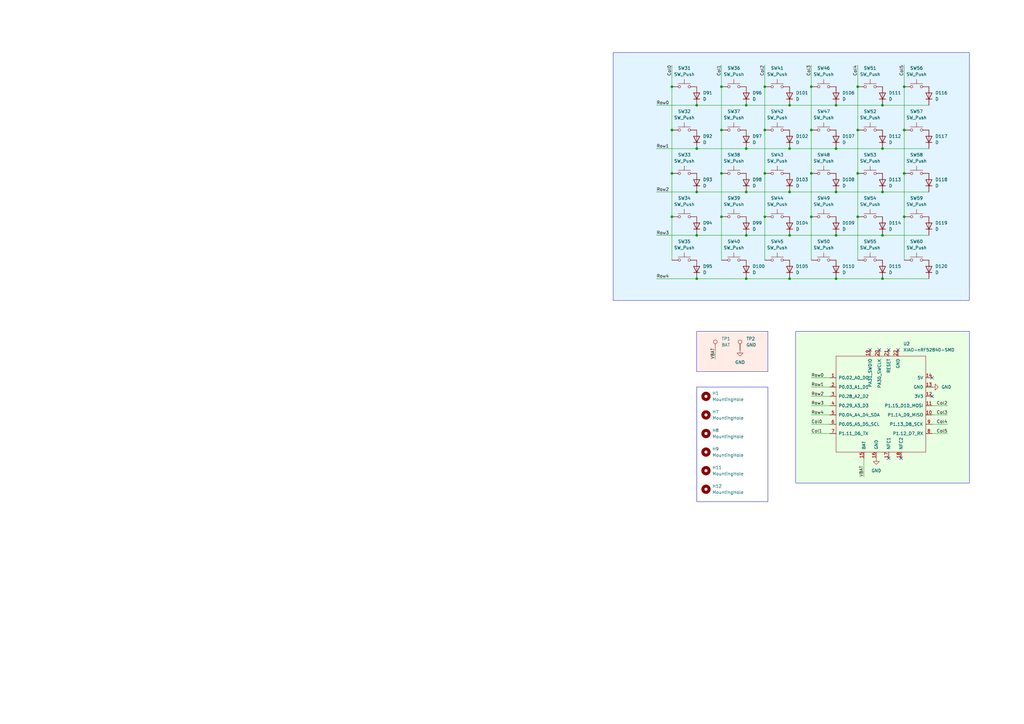
<source format=kicad_sch>
(kicad_sch (version 20250114) (generator "eeschema") (generator_version "9.0")
  (paper "A3")
  (lib_symbols
    (symbol "Connector:TestPoint" (pin_numbers (hide yes)) (pin_names (offset 0.762) (hide yes))
      (property "Reference" "TP" (at 0 6.858 0))
      (property "Value" "TestPoint" (at 0 5.08 0))
      (symbol "TestPoint_0_1"
        (circle (center 0 3.302) (radius 0.762))
      )
      (symbol "TestPoint_1_1"
        (pin passive line (at 0 0 90) (length 2.54) (name "1") (number "1"))
      )
    )
    (symbol "Device:D" (pin_numbers (hide yes)) (pin_names (offset 1.016) (hide yes))
      (property "Reference" "D" (at 0 2.54 0))
      (property "Value" "D" (at 0 -2.54 0))
      (symbol "D_0_1"
        (polyline (pts (xy -1.27 1.27) (xy -1.27 -1.27)) (stroke (width 0.254)))
        (polyline (pts (xy 1.27 1.27) (xy 1.27 -1.27) (xy -1.27 0) (xy 1.27 1.27)) (stroke (width 0.254)))
        (polyline (pts (xy 1.27 0) (xy -1.27 0)))
      )
      (symbol "D_1_1"
        (pin passive line (at -3.81 0 0) (length 2.54) (name "K") (number "1"))
        (pin passive line (at 3.81 0 180) (length 2.54) (name "A") (number "2"))
      )
    )
    (symbol "Mechanical:MountingHole" (pin_names (offset 1.016)) (in_bom no)
      (property "Reference" "H" (at 0 5.08 0))
      (property "Value" "MountingHole" (at 0 3.175 0))
      (symbol "MountingHole_0_1"
        (circle (center 0 0) (radius 1.27) (stroke (width 1.27)))
      )
    )
    (symbol "OPL:XIAO-nRF52840-SMD" (pin_names (offset 1.016))
      (property "Reference" "U" (at -18.542 23.114 0))
      (property "Value" "XIAO-nRF52840-SMD" (at -8.636 21.336 0))
      (symbol "XIAO-nRF52840-SMD_0_1"
        (rectangle (start -19.05 20.32) (end 17.78 -19.05))
      )
      (symbol "XIAO-nRF52840-SMD_1_1"
        (pin passive line (at -21.59 11.43 0) (length 2.54) (name "P0.02_A0_D0") (number "1"))
        (pin passive line (at -21.59 7.62 0) (length 2.54) (name "P0.03_A1_D1") (number "2"))
        (pin passive line (at -21.59 3.81 0) (length 2.54) (name "P0.28_A2_D2") (number "3"))
        (pin passive line (at -21.59 0 0) (length 2.54) (name "P0.29_A3_D3") (number "4"))
        (pin passive line (at -21.59 -3.81 0) (length 2.54) (name "P0.04_A4_D4_SDA") (number "5"))
        (pin passive line (at -21.59 -7.62 0) (length 2.54) (name "P0.05_A5_D5_SCL") (number "6"))
        (pin passive line (at -21.59 -11.43 0) (length 2.54) (name "P1.11_D6_TX") (number "7"))
        (pin passive line (at -7.62 -21.59 90) (length 2.54) (name "BAT") (number "15"))
        (pin passive line (at -5.08 22.86 270) (length 2.54) (name "PA31_SWDIO") (number "19"))
        (pin passive line (at -2.54 -21.59 90) (length 2.54) (name "GND") (number "16"))
        (pin passive line (at -1.27 22.86 270) (length 2.54) (name "PA30_SWCLK") (number "20"))
        (pin passive line (at 2.54 22.86 270) (length 2.54) (name "RESET") (number "21"))
        (pin passive line (at 2.54 -21.59 90) (length 2.54) (name "NFC1") (number "17"))
        (pin passive line (at 6.35 22.86 270) (length 2.54) (name "GND") (number "22"))
        (pin passive line (at 7.62 -21.59 90) (length 2.54) (name "NFC2") (number "18"))
        (pin passive line (at 20.32 11.43 180) (length 2.54) (name "5V") (number "14"))
        (pin passive line (at 20.32 7.62 180) (length 2.54) (name "GND") (number "13"))
        (pin passive line (at 20.32 3.81 180) (length 2.54) (name "3V3") (number "12"))
        (pin passive line (at 20.32 0 180) (length 2.54) (name "P1.15_D10_MOSI") (number "11"))
        (pin passive line (at 20.32 -3.81 180) (length 2.54) (name "P1.14_D9_MISO") (number "10"))
        (pin passive line (at 20.32 -7.62 180) (length 2.54) (name "P1.13_D8_SCK") (number "9"))
        (pin passive line (at 20.32 -11.43 180) (length 2.54) (name "P1.12_D7_RX") (number "8"))
      )
    )
    (symbol "Switch:SW_Push" (pin_numbers (hide yes)) (pin_names (offset 1.016) (hide yes))
      (property "Reference" "SW" (at 1.27 2.54 0))
      (property "Value" "SW_Push" (at 0 -1.524 0))
      (symbol "SW_Push_0_1"
        (circle (center -2.032 0) (radius 0.508))
        (polyline (pts (xy 0 1.27) (xy 0 3.048)))
        (circle (center 2.032 0) (radius 0.508))
        (polyline (pts (xy 2.54 1.27) (xy -2.54 1.27)))
        (pin passive line (at -5.08 0 0) (length 2.54) (name "1") (number "1"))
        (pin passive line (at 5.08 0 180) (length 2.54) (name "2") (number "2"))
      )
    )
    (symbol "power:GND" (power) (pin_numbers (hide yes)) (pin_names (offset 0) (hide yes))
      (property "Value" "GND" (at 0 -3.81 0))
      (symbol "GND_0_1"
        (polyline (pts (xy 0 0) (xy 0 -1.27) (xy 1.27 -1.27) (xy 0 -2.54) (xy -1.27 -1.27) (xy 0 -1.27)))
      )
      (symbol "GND_1_1"
        (pin power_in line (at 0 0 270) (length 0) (name "~") (number "1"))
      )
    )
  )
  (rectangle (start 285.75 158.75) (end 314.96 205.74))
  (rectangle (start 326.39 135.89) (end 397.51 198.12) (fill (type color) (color 232 255 226 1)))
  (rectangle (start 251.46 21.59) (end 397.51 123.19) (fill (type color) (color 226 244 255 1)))
  (rectangle (start 285.75 135.89) (end 314.96 152.4) (fill (type color) (color 255 236 230 1)))
  (junction (at 361.95 78.74))
  (junction (at 323.85 43.18))
  (junction (at 285.75 43.18))
  (junction (at 313.69 88.9))
  (junction (at 351.79 88.9))
  (junction (at 306.07 43.18))
  (junction (at 323.85 114.3))
  (junction (at 323.85 96.52))
  (junction (at 361.95 43.18))
  (junction (at 295.91 53.34))
  (junction (at 275.59 71.12))
  (junction (at 342.9 96.52))
  (junction (at 361.95 96.52))
  (junction (at 313.69 71.12))
  (junction (at 342.9 43.18))
  (junction (at 323.85 60.96))
  (junction (at 332.74 53.34))
  (junction (at 285.75 96.52))
  (junction (at 295.91 71.12))
  (junction (at 313.69 35.56))
  (junction (at 342.9 60.96))
  (junction (at 306.07 96.52))
  (junction (at 332.74 71.12))
  (junction (at 370.84 53.34))
  (junction (at 313.69 53.34))
  (junction (at 342.9 78.74))
  (junction (at 370.84 71.12))
  (junction (at 306.07 60.96))
  (junction (at 342.9 114.3))
  (junction (at 306.07 114.3))
  (junction (at 306.07 78.74))
  (junction (at 361.95 114.3))
  (junction (at 332.74 88.9))
  (junction (at 275.59 88.9))
  (junction (at 285.75 78.74))
  (junction (at 285.75 114.3))
  (junction (at 295.91 35.56))
  (junction (at 275.59 35.56))
  (junction (at 332.74 35.56))
  (junction (at 275.59 53.34))
  (junction (at 370.84 35.56))
  (junction (at 351.79 71.12))
  (junction (at 361.95 60.96))
  (junction (at 323.85 78.74))
  (junction (at 351.79 53.34))
  (junction (at 370.84 88.9))
  (junction (at 295.91 88.9))
  (junction (at 285.75 60.96))
  (junction (at 351.79 35.56))
  (no_connect (at 364.49 143.51))
  (no_connect (at 369.57 187.96))
  (no_connect (at 382.27 162.56))
  (no_connect (at 360.68 143.51))
  (no_connect (at 356.87 143.51))
  (no_connect (at 368.3 143.51))
  (no_connect (at 382.27 154.94))
  (no_connect (at 364.49 187.96))
  (wire (pts (xy 354.33 195.58) (xy 354.33 187.96)))
  (wire (pts (xy 351.79 88.9) (xy 351.79 106.68)))
  (wire (pts (xy 295.91 71.12) (xy 295.91 88.9)))
  (wire (pts (xy 269.24 78.74) (xy 285.75 78.74)))
  (wire (pts (xy 332.74 26.67) (xy 332.74 35.56)))
  (wire (pts (xy 342.9 114.3) (xy 361.95 114.3)))
  (wire (pts (xy 306.07 43.18) (xy 323.85 43.18)))
  (wire (pts (xy 388.62 170.18) (xy 382.27 170.18)))
  (wire (pts (xy 285.75 96.52) (xy 306.07 96.52)))
  (wire (pts (xy 285.75 60.96) (xy 306.07 60.96)))
  (wire (pts (xy 285.75 78.74) (xy 306.07 78.74)))
  (wire (pts (xy 332.74 154.94) (xy 340.36 154.94)))
  (wire (pts (xy 323.85 114.3) (xy 342.9 114.3)))
  (wire (pts (xy 351.79 53.34) (xy 351.79 71.12)))
  (wire (pts (xy 342.9 96.52) (xy 361.95 96.52)))
  (wire (pts (xy 342.9 60.96) (xy 361.95 60.96)))
  (wire (pts (xy 370.84 35.56) (xy 370.84 53.34)))
  (wire (pts (xy 285.75 43.18) (xy 306.07 43.18)))
  (wire (pts (xy 269.24 60.96) (xy 285.75 60.96)))
  (wire (pts (xy 370.84 71.12) (xy 370.84 88.9)))
  (wire (pts (xy 275.59 35.56) (xy 275.59 53.34)))
  (wire (pts (xy 332.74 158.75) (xy 340.36 158.75)))
  (wire (pts (xy 269.24 114.3) (xy 285.75 114.3)))
  (wire (pts (xy 323.85 96.52) (xy 342.9 96.52)))
  (wire (pts (xy 370.84 26.67) (xy 370.84 35.56)))
  (wire (pts (xy 332.74 166.37) (xy 340.36 166.37)))
  (wire (pts (xy 306.07 78.74) (xy 323.85 78.74)))
  (wire (pts (xy 370.84 88.9) (xy 370.84 106.68)))
  (wire (pts (xy 361.95 60.96) (xy 381 60.96)))
  (wire (pts (xy 295.91 26.67) (xy 295.91 35.56)))
  (wire (pts (xy 332.74 35.56) (xy 332.74 53.34)))
  (wire (pts (xy 323.85 43.18) (xy 342.9 43.18)))
  (wire (pts (xy 351.79 71.12) (xy 351.79 88.9)))
  (wire (pts (xy 332.74 53.34) (xy 332.74 71.12)))
  (wire (pts (xy 332.74 162.56) (xy 340.36 162.56)))
  (wire (pts (xy 295.91 88.9) (xy 295.91 106.68)))
  (wire (pts (xy 269.24 96.52) (xy 285.75 96.52)))
  (wire (pts (xy 351.79 35.56) (xy 351.79 53.34)))
  (wire (pts (xy 306.07 96.52) (xy 323.85 96.52)))
  (wire (pts (xy 361.95 96.52) (xy 381 96.52)))
  (wire (pts (xy 306.07 60.96) (xy 323.85 60.96)))
  (wire (pts (xy 342.9 78.74) (xy 361.95 78.74)))
  (wire (pts (xy 313.69 88.9) (xy 313.69 106.68)))
  (wire (pts (xy 361.95 43.18) (xy 381 43.18)))
  (wire (pts (xy 295.91 53.34) (xy 295.91 71.12)))
  (wire (pts (xy 332.74 177.8) (xy 340.36 177.8)))
  (wire (pts (xy 313.69 26.67) (xy 313.69 35.56)))
  (wire (pts (xy 269.24 43.18) (xy 285.75 43.18)))
  (wire (pts (xy 313.69 53.34) (xy 313.69 71.12)))
  (wire (pts (xy 285.75 114.3) (xy 306.07 114.3)))
  (wire (pts (xy 388.62 177.8) (xy 382.27 177.8)))
  (wire (pts (xy 275.59 88.9) (xy 275.59 106.68)))
  (wire (pts (xy 275.59 26.67) (xy 275.59 35.56)))
  (wire (pts (xy 323.85 78.74) (xy 342.9 78.74)))
  (wire (pts (xy 295.91 35.56) (xy 295.91 53.34)))
  (wire (pts (xy 361.95 114.3) (xy 381 114.3)))
  (wire (pts (xy 388.62 166.37) (xy 382.27 166.37)))
  (wire (pts (xy 332.74 71.12) (xy 332.74 88.9)))
  (wire (pts (xy 323.85 60.96) (xy 342.9 60.96)))
  (wire (pts (xy 332.74 170.18) (xy 340.36 170.18)))
  (wire (pts (xy 361.95 78.74) (xy 381 78.74)))
  (wire (pts (xy 370.84 53.34) (xy 370.84 71.12)))
  (wire (pts (xy 275.59 71.12) (xy 275.59 88.9)))
  (wire (pts (xy 306.07 114.3) (xy 323.85 114.3)))
  (wire (pts (xy 275.59 53.34) (xy 275.59 71.12)))
  (wire (pts (xy 342.9 43.18) (xy 361.95 43.18)))
  (wire (pts (xy 388.62 173.99) (xy 382.27 173.99)))
  (wire (pts (xy 332.74 173.99) (xy 340.36 173.99)))
  (wire (pts (xy 351.79 26.67) (xy 351.79 35.56)))
  (wire (pts (xy 313.69 71.12) (xy 313.69 88.9)))
  (wire (pts (xy 293.37 147.32) (xy 293.37 143.51)))
  (wire (pts (xy 313.69 35.56) (xy 313.69 53.34)))
  (wire (pts (xy 332.74 88.9) (xy 332.74 106.68)))
  (label "Col1" (at 295.91 26.67 270))
  (label "Row3" (at 332.74 166.37 0))
  (label "VBAT" (at 293.37 147.32 90))
  (label "Row1" (at 269.24 60.96 0))
  (label "Row4" (at 269.24 114.3 0))
  (label "Col2" (at 313.69 26.67 270))
  (label "Row3" (at 269.24 96.52 0))
  (label "Row4" (at 332.74 170.18 0))
  (label "Col2" (at 388.62 166.37 180))
  (label "Col1" (at 332.74 177.8 0))
  (label "Row0" (at 332.74 154.94 0))
  (label "Col0" (at 275.59 26.67 270))
  (label "Row1" (at 332.74 158.75 0))
  (label "Col3" (at 388.62 170.18 180))
  (label "Col4" (at 351.79 26.67 270))
  (label "Col5" (at 388.62 177.8 180))
  (label "Row2" (at 269.24 78.74 0))
  (label "Row0" (at 269.24 43.18 0))
  (label "Col3" (at 332.74 26.67 270))
  (label "Col4" (at 388.62 173.99 180))
  (label "Col0" (at 332.74 173.99 0))
  (label "VBAT" (at 354.33 195.58 90))
  (label "Row2" (at 332.74 162.56 0))
  (label "Col5" (at 370.84 26.67 270))
  (symbol (lib_id "OPL:XIAO-nRF52840-SMD") (at 361.95 166.37 0) (unit 1)
    (property "Reference" "U1" (at 370.4433 140.97 0) (effects (justify left)))
    (property "Value" "XIAO-nRF52840-SMD" (at 370.4433 143.51 0) (effects (justify left)))
    (property "Footprint" "Seeed:modified-XIAO-nRF52840-SMD" (effects (hide yes)))
    (instances (project "splitkey" (path "" (reference "U2") (unit 1)) (path "" (reference "U1") (unit 1))))
  )
  (symbol (lib_id "Switch:SW_Push") (at 356.87 35.56 0) (unit 1)
    (property "Reference" "SW21" (at 356.87 27.94 0))
    (property "Value" "SW_Push" (at 356.87 30.48 0))
    (property "Footprint" "Button_Switch_Keyboard:SW_Cherry_MX_1.00u_PCB" (effects (hide yes)))
    (property "Description" "Push button switch, generic, two pins" (effects (hide yes)))
    (instances (project "splitkey" (path "" (reference "SW51") (unit 1)) (path "" (reference "SW21") (unit 1))))
  )
  (symbol (lib_id "Switch:SW_Push") (at 337.82 71.12 0) (unit 1)
    (property "Reference" "SW18" (at 337.82 63.5 0))
    (property "Value" "SW_Push" (at 337.82 66.04 0))
    (property "Footprint" "Button_Switch_Keyboard:SW_Cherry_MX_1.00u_PCB" (effects (hide yes)))
    (property "Description" "Push button switch, generic, two pins" (effects (hide yes)))
    (instances (project "splitkey" (path "" (reference "SW48") (unit 1)) (path "" (reference "SW18") (unit 1))))
  )
  (symbol (lib_id "Device:D") (at 306.07 92.71 90) (unit 1)
    (property "Reference" "D40" (at 308.61 91.4399 90) (effects (justify right)))
    (property "Value" "D" (at 308.61 93.9799 90) (effects (justify right)))
    (property "Footprint" "Diode_SMD:D_SOD-123" (effects (hide yes)))
    (property "Description" "Diode" (effects (hide yes)))
    (property "Sim.Device" "D" (effects (hide yes)))
    (property "Sim.Pins" "1=K 2=A" (effects (hide yes)))
    (instances (project "splitkey" (path "" (reference "D99") (unit 1)) (path "" (reference "D40") (unit 1))))
  )
  (symbol (lib_id "Device:D") (at 285.75 39.37 90) (unit 1)
    (property "Reference" "D32" (at 288.29 38.0999 90) (effects (justify right)))
    (property "Value" "D" (at 288.29 40.6399 90) (effects (justify right)))
    (property "Footprint" "Diode_SMD:D_SOD-123" (effects (hide yes)))
    (property "Description" "Diode" (effects (hide yes)))
    (property "Sim.Device" "D" (effects (hide yes)))
    (property "Sim.Pins" "1=K 2=A" (effects (hide yes)))
    (instances (project "splitkey" (path "" (reference "D91") (unit 1)) (path "" (reference "D32") (unit 1))))
  )
  (symbol (lib_id "Switch:SW_Push") (at 375.92 106.68 0) (unit 1)
    (property "Reference" "SW30" (at 375.92 99.06 0))
    (property "Value" "SW_Push" (at 375.92 101.6 0))
    (property "Footprint" "Button_Switch_Keyboard:SW_Cherry_MX_1.00u_PCB" (effects (hide yes)))
    (property "Description" "Push button switch, generic, two pins" (effects (hide yes)))
    (instances (project "splitkey" (path "" (reference "SW60") (unit 1)) (path "" (reference "SW30") (unit 1))))
  )
  (symbol (lib_id "Switch:SW_Push") (at 300.99 88.9 0) (unit 1)
    (property "Reference" "SW9" (at 300.99 81.28 0))
    (property "Value" "SW_Push" (at 300.99 83.82 0))
    (property "Footprint" "Button_Switch_Keyboard:SW_Cherry_MX_1.00u_PCB" (effects (hide yes)))
    (property "Description" "Push button switch, generic, two pins" (effects (hide yes)))
    (instances (project "splitkey" (path "" (reference "SW39") (unit 1)) (path "" (reference "SW9") (unit 1))))
  )
  (symbol (lib_id "Device:D") (at 361.95 92.71 90) (unit 1)
    (property "Reference" "D55" (at 364.49 91.4399 90) (effects (justify right)))
    (property "Value" "D" (at 364.49 93.9799 90) (effects (justify right)))
    (property "Footprint" "Diode_SMD:D_SOD-123" (effects (hide yes)))
    (property "Description" "Diode" (effects (hide yes)))
    (property "Sim.Device" "D" (effects (hide yes)))
    (property "Sim.Pins" "1=K 2=A" (effects (hide yes)))
    (instances (project "splitkey" (path "" (reference "D114") (unit 1)) (path "" (reference "D55") (unit 1))))
  )
  (symbol (lib_id "power:GND") (at 382.27 158.75 90) (unit 1)
    (property "Reference" "#PWR08" (effects (hide yes)))
    (property "Value" "GND" (at 386.08 158.7499 90) (effects (justify right)))
    (property "Description" "Power symbol creates a global label with name \"GND\" , ground" (effects (hide yes)))
    (instances (project "splitkey" (path "" (reference "#PWR0103") (unit 1)) (path "" (reference "#PWR08") (unit 1))))
  )
  (symbol (lib_id "Device:D") (at 381 39.37 90) (unit 1)
    (property "Reference" "D57" (at 383.54 38.0999 90) (effects (justify right)))
    (property "Value" "D" (at 383.54 40.6399 90) (effects (justify right)))
    (property "Footprint" "Diode_SMD:D_SOD-123" (effects (hide yes)))
    (property "Description" "Diode" (effects (hide yes)))
    (property "Sim.Device" "D" (effects (hide yes)))
    (property "Sim.Pins" "1=K 2=A" (effects (hide yes)))
    (instances (project "splitkey" (path "" (reference "D116") (unit 1)) (path "" (reference "D57") (unit 1))))
  )
  (symbol (lib_id "Device:D") (at 342.9 92.71 90) (unit 1)
    (property "Reference" "D50" (at 345.44 91.4399 90) (effects (justify right)))
    (property "Value" "D" (at 345.44 93.9799 90) (effects (justify right)))
    (property "Footprint" "Diode_SMD:D_SOD-123" (effects (hide yes)))
    (property "Description" "Diode" (effects (hide yes)))
    (property "Sim.Device" "D" (effects (hide yes)))
    (property "Sim.Pins" "1=K 2=A" (effects (hide yes)))
    (instances (project "splitkey" (path "" (reference "D109") (unit 1)) (path "" (reference "D50") (unit 1))))
  )
  (symbol (lib_id "Device:D") (at 381 74.93 90) (unit 1)
    (property "Reference" "D59" (at 383.54 73.6599 90) (effects (justify right)))
    (property "Value" "D" (at 383.54 76.1999 90) (effects (justify right)))
    (property "Footprint" "Diode_SMD:D_SOD-123" (effects (hide yes)))
    (property "Description" "Diode" (effects (hide yes)))
    (property "Sim.Device" "D" (effects (hide yes)))
    (property "Sim.Pins" "1=K 2=A" (effects (hide yes)))
    (instances (project "splitkey" (path "" (reference "D118") (unit 1)) (path "" (reference "D59") (unit 1))))
  )
  (symbol (lib_id "Device:D") (at 381 110.49 90) (unit 1)
    (property "Reference" "D61" (at 383.54 109.2199 90) (effects (justify right)))
    (property "Value" "D" (at 383.54 111.7599 90) (effects (justify right)))
    (property "Footprint" "Diode_SMD:D_SOD-123" (effects (hide yes)))
    (property "Description" "Diode" (effects (hide yes)))
    (property "Sim.Device" "D" (effects (hide yes)))
    (property "Sim.Pins" "1=K 2=A" (effects (hide yes)))
    (instances (project "splitkey" (path "" (reference "D120") (unit 1)) (path "" (reference "D61") (unit 1))))
  )
  (symbol (lib_id "Device:D") (at 381 57.15 90) (unit 1)
    (property "Reference" "D58" (at 383.54 55.8799 90) (effects (justify right)))
    (property "Value" "D" (at 383.54 58.4199 90) (effects (justify right)))
    (property "Footprint" "Diode_SMD:D_SOD-123" (effects (hide yes)))
    (property "Description" "Diode" (effects (hide yes)))
    (property "Sim.Device" "D" (effects (hide yes)))
    (property "Sim.Pins" "1=K 2=A" (effects (hide yes)))
    (instances (project "splitkey" (path "" (reference "D117") (unit 1)) (path "" (reference "D58") (unit 1))))
  )
  (symbol (lib_id "Switch:SW_Push") (at 318.77 71.12 0) (unit 1)
    (property "Reference" "SW13" (at 318.77 63.5 0))
    (property "Value" "SW_Push" (at 318.77 66.04 0))
    (property "Footprint" "Button_Switch_Keyboard:SW_Cherry_MX_1.00u_PCB" (effects (hide yes)))
    (property "Description" "Push button switch, generic, two pins" (effects (hide yes)))
    (instances (project "splitkey" (path "" (reference "SW43") (unit 1)) (path "" (reference "SW13") (unit 1))))
  )
  (symbol (lib_id "Mechanical:MountingHole") (at 289.56 162.56 0) (unit 1) (in_bom no)
    (property "Reference" "H2" (at 292.1 161.2899 0) (effects (justify left)))
    (property "Value" "MountingHole" (at 292.1 163.8299 0) (effects (justify left)))
    (property "Footprint" "MountingHole:MountingHole_3.2mm_M3" (effects (hide yes)))
    (property "Description" "Mounting Hole without connection" (effects (hide yes)))
    (instances (project "splitkey" (path "" (reference "H1") (unit 1)) (path "" (reference "H2") (unit 1))))
  )
  (symbol (lib_id "Device:D") (at 306.07 74.93 90) (unit 1)
    (property "Reference" "D39" (at 308.61 73.6599 90) (effects (justify right)))
    (property "Value" "D" (at 308.61 76.1999 90) (effects (justify right)))
    (property "Footprint" "Diode_SMD:D_SOD-123" (effects (hide yes)))
    (property "Description" "Diode" (effects (hide yes)))
    (property "Sim.Device" "D" (effects (hide yes)))
    (property "Sim.Pins" "1=K 2=A" (effects (hide yes)))
    (instances (project "splitkey" (path "" (reference "D98") (unit 1)) (path "" (reference "D39") (unit 1))))
  )
  (symbol (lib_id "Switch:SW_Push") (at 318.77 88.9 0) (unit 1)
    (property "Reference" "SW14" (at 318.77 81.28 0))
    (property "Value" "SW_Push" (at 318.77 83.82 0))
    (property "Footprint" "Button_Switch_Keyboard:SW_Cherry_MX_1.00u_PCB" (effects (hide yes)))
    (property "Description" "Push button switch, generic, two pins" (effects (hide yes)))
    (instances (project "splitkey" (path "" (reference "SW44") (unit 1)) (path "" (reference "SW14") (unit 1))))
  )
  (symbol (lib_id "Connector:TestPoint") (at 293.37 143.51 0) (unit 1)
    (property "Reference" "TP3" (at 295.91 138.9379 0) (effects (justify left)))
    (property "Value" "BAT" (at 295.91 141.4779 0) (effects (justify left)))
    (property "Footprint" "TestPoint:TestPoint_Pad_D2.5mm" (effects (hide yes)))
    (property "Description" "test point" (effects (hide yes)))
    (instances (project "splitkey" (path "" (reference "TP1") (unit 1)) (path "" (reference "TP3") (unit 1))))
  )
  (symbol (lib_id "Switch:SW_Push") (at 337.82 35.56 0) (unit 1)
    (property "Reference" "SW16" (at 337.82 27.94 0))
    (property "Value" "SW_Push" (at 337.82 30.48 0))
    (property "Footprint" "Button_Switch_Keyboard:SW_Cherry_MX_1.00u_PCB" (effects (hide yes)))
    (property "Description" "Push button switch, generic, two pins" (effects (hide yes)))
    (instances (project "splitkey" (path "" (reference "SW46") (unit 1)) (path "" (reference "SW16") (unit 1))))
  )
  (symbol (lib_id "Switch:SW_Push") (at 300.99 106.68 0) (unit 1)
    (property "Reference" "SW10" (at 300.99 99.06 0))
    (property "Value" "SW_Push" (at 300.99 101.6 0))
    (property "Footprint" "Button_Switch_Keyboard:SW_Cherry_MX_1.00u_PCB" (effects (hide yes)))
    (property "Description" "Push button switch, generic, two pins" (effects (hide yes)))
    (instances (project "splitkey" (path "" (reference "SW40") (unit 1)) (path "" (reference "SW10") (unit 1))))
  )
  (symbol (lib_id "Switch:SW_Push") (at 280.67 53.34 0) (unit 1)
    (property "Reference" "SW2" (at 280.67 45.72 0))
    (property "Value" "SW_Push" (at 280.67 48.26 0))
    (property "Footprint" "Button_Switch_Keyboard:SW_Cherry_MX_1.00u_PCB" (effects (hide yes)))
    (property "Description" "Push button switch, generic, two pins" (effects (hide yes)))
    (instances (project "splitkey" (path "" (reference "SW32") (unit 1)) (path "" (reference "SW2") (unit 1))))
  )
  (symbol (lib_id "Device:D") (at 342.9 74.93 90) (unit 1)
    (property "Reference" "D49" (at 345.44 73.6599 90) (effects (justify right)))
    (property "Value" "D" (at 345.44 76.1999 90) (effects (justify right)))
    (property "Footprint" "Diode_SMD:D_SOD-123" (effects (hide yes)))
    (property "Description" "Diode" (effects (hide yes)))
    (property "Sim.Device" "D" (effects (hide yes)))
    (property "Sim.Pins" "1=K 2=A" (effects (hide yes)))
    (instances (project "splitkey" (path "" (reference "D108") (unit 1)) (path "" (reference "D49") (unit 1))))
  )
  (symbol (lib_id "Mechanical:MountingHole") (at 289.56 193.04 0) (unit 1) (in_bom no)
    (property "Reference" "H6" (at 292.1 191.7699 0) (effects (justify left)))
    (property "Value" "MountingHole" (at 292.1 194.3099 0) (effects (justify left)))
    (property "Footprint" "MountingHole:MountingHole_3.2mm_M3" (effects (hide yes)))
    (property "Description" "Mounting Hole without connection" (effects (hide yes)))
    (instances (project "splitkey" (path "" (reference "H11") (unit 1)) (path "" (reference "H6") (unit 1))))
  )
  (symbol (lib_id "Switch:SW_Push") (at 300.99 53.34 0) (unit 1)
    (property "Reference" "SW7" (at 300.99 45.72 0))
    (property "Value" "SW_Push" (at 300.99 48.26 0))
    (property "Footprint" "Button_Switch_Keyboard:SW_Cherry_MX_1.00u_PCB" (effects (hide yes)))
    (property "Description" "Push button switch, generic, two pins" (effects (hide yes)))
    (instances (project "splitkey" (path "" (reference "SW37") (unit 1)) (path "" (reference "SW7") (unit 1))))
  )
  (symbol (lib_id "Device:D") (at 342.9 110.49 90) (unit 1)
    (property "Reference" "D51" (at 345.44 109.2199 90) (effects (justify right)))
    (property "Value" "D" (at 345.44 111.7599 90) (effects (justify right)))
    (property "Footprint" "Diode_SMD:D_SOD-123" (effects (hide yes)))
    (property "Description" "Diode" (effects (hide yes)))
    (property "Sim.Device" "D" (effects (hide yes)))
    (property "Sim.Pins" "1=K 2=A" (effects (hide yes)))
    (instances (project "splitkey" (path "" (reference "D110") (unit 1)) (path "" (reference "D51") (unit 1))))
  )
  (symbol (lib_id "Device:D") (at 323.85 39.37 90) (unit 1)
    (property "Reference" "D42" (at 326.39 38.0999 90) (effects (justify right)))
    (property "Value" "D" (at 326.39 40.6399 90) (effects (justify right)))
    (property "Footprint" "Diode_SMD:D_SOD-123" (effects (hide yes)))
    (property "Description" "Diode" (effects (hide yes)))
    (property "Sim.Device" "D" (effects (hide yes)))
    (property "Sim.Pins" "1=K 2=A" (effects (hide yes)))
    (instances (project "splitkey" (path "" (reference "D101") (unit 1)) (path "" (reference "D42") (unit 1))))
  )
  (symbol (lib_id "Device:D") (at 342.9 57.15 90) (unit 1)
    (property "Reference" "D48" (at 345.44 55.8799 90) (effects (justify right)))
    (property "Value" "D" (at 345.44 58.4199 90) (effects (justify right)))
    (property "Footprint" "Diode_SMD:D_SOD-123" (effects (hide yes)))
    (property "Description" "Diode" (effects (hide yes)))
    (property "Sim.Device" "D" (effects (hide yes)))
    (property "Sim.Pins" "1=K 2=A" (effects (hide yes)))
    (instances (project "splitkey" (path "" (reference "D107") (unit 1)) (path "" (reference "D48") (unit 1))))
  )
  (symbol (lib_id "Device:D") (at 285.75 57.15 90) (unit 1)
    (property "Reference" "D33" (at 288.29 55.8799 90) (effects (justify right)))
    (property "Value" "D" (at 288.29 58.4199 90) (effects (justify right)))
    (property "Footprint" "Diode_SMD:D_SOD-123" (effects (hide yes)))
    (property "Description" "Diode" (effects (hide yes)))
    (property "Sim.Device" "D" (effects (hide yes)))
    (property "Sim.Pins" "1=K 2=A" (effects (hide yes)))
    (instances (project "splitkey" (path "" (reference "D92") (unit 1)) (path "" (reference "D33") (unit 1))))
  )
  (symbol (lib_id "Switch:SW_Push") (at 337.82 88.9 0) (unit 1)
    (property "Reference" "SW19" (at 337.82 81.28 0))
    (property "Value" "SW_Push" (at 337.82 83.82 0))
    (property "Footprint" "Button_Switch_Keyboard:SW_Cherry_MX_1.00u_PCB" (effects (hide yes)))
    (property "Description" "Push button switch, generic, two pins" (effects (hide yes)))
    (instances (project "splitkey" (path "" (reference "SW49") (unit 1)) (path "" (reference "SW19") (unit 1))))
  )
  (symbol (lib_id "Mechanical:MountingHole") (at 289.56 170.18 0) (unit 1) (in_bom no)
    (property "Reference" "H3" (at 292.1 168.9099 0) (effects (justify left)))
    (property "Value" "MountingHole" (at 292.1 171.4499 0) (effects (justify left)))
    (property "Footprint" "MountingHole:MountingHole_3.2mm_M3" (effects (hide yes)))
    (property "Description" "Mounting Hole without connection" (effects (hide yes)))
    (instances (project "splitkey" (path "" (reference "H7") (unit 1)) (path "" (reference "H3") (unit 1))))
  )
  (symbol (lib_id "power:GND") (at 303.53 143.51 0) (unit 1)
    (property "Reference" "#PWR06" (effects (hide yes)))
    (property "Value" "GND" (at 303.53 148.59 0))
    (property "Description" "Power symbol creates a global label with name \"GND\" , ground" (effects (hide yes)))
    (instances (project "splitkey" (path "" (reference "#PWR0102") (unit 1)) (path "" (reference "#PWR06") (unit 1))))
  )
  (symbol (lib_id "Switch:SW_Push") (at 337.82 53.34 0) (unit 1)
    (property "Reference" "SW17" (at 337.82 45.72 0))
    (property "Value" "SW_Push" (at 337.82 48.26 0))
    (property "Footprint" "Button_Switch_Keyboard:SW_Cherry_MX_1.00u_PCB" (effects (hide yes)))
    (property "Description" "Push button switch, generic, two pins" (effects (hide yes)))
    (instances (project "splitkey" (path "" (reference "SW47") (unit 1)) (path "" (reference "SW17") (unit 1))))
  )
  (symbol (lib_id "Switch:SW_Push") (at 318.77 106.68 0) (unit 1)
    (property "Reference" "SW15" (at 318.77 99.06 0))
    (property "Value" "SW_Push" (at 318.77 101.6 0))
    (property "Footprint" "Button_Switch_Keyboard:SW_Cherry_MX_1.00u_PCB" (effects (hide yes)))
    (property "Description" "Push button switch, generic, two pins" (effects (hide yes)))
    (instances (project "splitkey" (path "" (reference "SW45") (unit 1)) (path "" (reference "SW15") (unit 1))))
  )
  (symbol (lib_id "Device:D") (at 361.95 39.37 90) (unit 1)
    (property "Reference" "D52" (at 364.49 38.0999 90) (effects (justify right)))
    (property "Value" "D" (at 364.49 40.6399 90) (effects (justify right)))
    (property "Footprint" "Diode_SMD:D_SOD-123" (effects (hide yes)))
    (property "Description" "Diode" (effects (hide yes)))
    (property "Sim.Device" "D" (effects (hide yes)))
    (property "Sim.Pins" "1=K 2=A" (effects (hide yes)))
    (instances (project "splitkey" (path "" (reference "D111") (unit 1)) (path "" (reference "D52") (unit 1))))
  )
  (symbol (lib_id "Switch:SW_Push") (at 337.82 106.68 0) (unit 1)
    (property "Reference" "SW20" (at 337.82 99.06 0))
    (property "Value" "SW_Push" (at 337.82 101.6 0))
    (property "Footprint" "Button_Switch_Keyboard:SW_Cherry_MX_1.00u_PCB" (effects (hide yes)))
    (property "Description" "Push button switch, generic, two pins" (effects (hide yes)))
    (instances (project "splitkey" (path "" (reference "SW50") (unit 1)) (path "" (reference "SW20") (unit 1))))
  )
  (symbol (lib_id "Switch:SW_Push") (at 318.77 53.34 0) (unit 1)
    (property "Reference" "SW12" (at 318.77 45.72 0))
    (property "Value" "SW_Push" (at 318.77 48.26 0))
    (property "Footprint" "Button_Switch_Keyboard:SW_Cherry_MX_1.00u_PCB" (effects (hide yes)))
    (property "Description" "Push button switch, generic, two pins" (effects (hide yes)))
    (instances (project "splitkey" (path "" (reference "SW42") (unit 1)) (path "" (reference "SW12") (unit 1))))
  )
  (symbol (lib_id "Switch:SW_Push") (at 318.77 35.56 0) (unit 1)
    (property "Reference" "SW11" (at 318.77 27.94 0))
    (property "Value" "SW_Push" (at 318.77 30.48 0))
    (property "Footprint" "Button_Switch_Keyboard:SW_Cherry_MX_1.00u_PCB" (effects (hide yes)))
    (property "Description" "Push button switch, generic, two pins" (effects (hide yes)))
    (instances (project "splitkey" (path "" (reference "SW41") (unit 1)) (path "" (reference "SW11") (unit 1))))
  )
  (symbol (lib_id "Mechanical:MountingHole") (at 289.56 200.66 0) (unit 1) (in_bom no)
    (property "Reference" "H10" (at 292.1 199.3899 0) (effects (justify left)))
    (property "Value" "MountingHole" (at 292.1 201.9299 0) (effects (justify left)))
    (property "Footprint" "MountingHole:MountingHole_3.2mm_M3" (effects (hide yes)))
    (property "Description" "Mounting Hole without connection" (effects (hide yes)))
    (instances (project "splitkey" (path "" (reference "H12") (unit 1)) (path "" (reference "H10") (unit 1))))
  )
  (symbol (lib_id "Device:D") (at 361.95 74.93 90) (unit 1)
    (property "Reference" "D54" (at 364.49 73.6599 90) (effects (justify right)))
    (property "Value" "D" (at 364.49 76.1999 90) (effects (justify right)))
    (property "Footprint" "Diode_SMD:D_SOD-123" (effects (hide yes)))
    (property "Description" "Diode" (effects (hide yes)))
    (property "Sim.Device" "D" (effects (hide yes)))
    (property "Sim.Pins" "1=K 2=A" (effects (hide yes)))
    (instances (project "splitkey" (path "" (reference "D113") (unit 1)) (path "" (reference "D54") (unit 1))))
  )
  (symbol (lib_id "Device:D") (at 323.85 74.93 90) (unit 1)
    (property "Reference" "D44" (at 326.39 73.6599 90) (effects (justify right)))
    (property "Value" "D" (at 326.39 76.1999 90) (effects (justify right)))
    (property "Footprint" "Diode_SMD:D_SOD-123" (effects (hide yes)))
    (property "Description" "Diode" (effects (hide yes)))
    (property "Sim.Device" "D" (effects (hide yes)))
    (property "Sim.Pins" "1=K 2=A" (effects (hide yes)))
    (instances (project "splitkey" (path "" (reference "D103") (unit 1)) (path "" (reference "D44") (unit 1))))
  )
  (symbol (lib_id "Switch:SW_Push") (at 300.99 35.56 0) (unit 1)
    (property "Reference" "SW6" (at 300.99 27.94 0))
    (property "Value" "SW_Push" (at 300.99 30.48 0))
    (property "Footprint" "Button_Switch_Keyboard:SW_Cherry_MX_1.00u_PCB" (effects (hide yes)))
    (property "Description" "Push button switch, generic, two pins" (effects (hide yes)))
    (instances (project "splitkey" (path "" (reference "SW36") (unit 1)) (path "" (reference "SW6") (unit 1))))
  )
  (symbol (lib_id "Device:D") (at 306.07 110.49 90) (unit 1)
    (property "Reference" "D41" (at 308.61 109.2199 90) (effects (justify right)))
    (property "Value" "D" (at 308.61 111.7599 90) (effects (justify right)))
    (property "Footprint" "Diode_SMD:D_SOD-123" (effects (hide yes)))
    (property "Description" "Diode" (effects (hide yes)))
    (property "Sim.Device" "D" (effects (hide yes)))
    (property "Sim.Pins" "1=K 2=A" (effects (hide yes)))
    (instances (project "splitkey" (path "" (reference "D100") (unit 1)) (path "" (reference "D41") (unit 1))))
  )
  (symbol (lib_id "Mechanical:MountingHole") (at 289.56 177.8 0) (unit 1) (in_bom no)
    (property "Reference" "H4" (at 292.1 176.5299 0) (effects (justify left)))
    (property "Value" "MountingHole" (at 292.1 179.0699 0) (effects (justify left)))
    (property "Footprint" "MountingHole:MountingHole_3.2mm_M3" (effects (hide yes)))
    (property "Description" "Mounting Hole without connection" (effects (hide yes)))
    (instances (project "splitkey" (path "" (reference "H8") (unit 1)) (path "" (reference "H4") (unit 1))))
  )
  (symbol (lib_id "Connector:TestPoint") (at 303.53 143.51 0) (unit 1)
    (property "Reference" "TP4" (at 306.07 138.9379 0) (effects (justify left)))
    (property "Value" "GND" (at 306.07 141.4779 0) (effects (justify left)))
    (property "Footprint" "TestPoint:TestPoint_Pad_D2.5mm" (effects (hide yes)))
    (property "Description" "test point" (effects (hide yes)))
    (instances (project "splitkey" (path "" (reference "TP2") (unit 1)) (path "" (reference "TP4") (unit 1))))
  )
  (symbol (lib_id "Device:D") (at 285.75 110.49 90) (unit 1)
    (property "Reference" "D36" (at 288.29 109.2199 90) (effects (justify right)))
    (property "Value" "D" (at 288.29 111.7599 90) (effects (justify right)))
    (property "Footprint" "Diode_SMD:D_SOD-123" (effects (hide yes)))
    (property "Description" "Diode" (effects (hide yes)))
    (property "Sim.Device" "D" (effects (hide yes)))
    (property "Sim.Pins" "1=K 2=A" (effects (hide yes)))
    (instances (project "splitkey" (path "" (reference "D95") (unit 1)) (path "" (reference "D36") (unit 1))))
  )
  (symbol (lib_id "Device:D") (at 323.85 110.49 90) (unit 1)
    (property "Reference" "D46" (at 326.39 109.2199 90) (effects (justify right)))
    (property "Value" "D" (at 326.39 111.7599 90) (effects (justify right)))
    (property "Footprint" "Diode_SMD:D_SOD-123" (effects (hide yes)))
    (property "Description" "Diode" (effects (hide yes)))
    (property "Sim.Device" "D" (effects (hide yes)))
    (property "Sim.Pins" "1=K 2=A" (effects (hide yes)))
    (instances (project "splitkey" (path "" (reference "D105") (unit 1)) (path "" (reference "D46") (unit 1))))
  )
  (symbol (lib_id "Device:D") (at 361.95 57.15 90) (unit 1)
    (property "Reference" "D53" (at 364.49 55.8799 90) (effects (justify right)))
    (property "Value" "D" (at 364.49 58.4199 90) (effects (justify right)))
    (property "Footprint" "Diode_SMD:D_SOD-123" (effects (hide yes)))
    (property "Description" "Diode" (effects (hide yes)))
    (property "Sim.Device" "D" (effects (hide yes)))
    (property "Sim.Pins" "1=K 2=A" (effects (hide yes)))
    (instances (project "splitkey" (path "" (reference "D112") (unit 1)) (path "" (reference "D53") (unit 1))))
  )
  (symbol (lib_id "power:GND") (at 359.41 187.96 0) (unit 1)
    (property "Reference" "#PWR07" (effects (hide yes)))
    (property "Value" "GND" (at 359.41 193.04 0))
    (property "Description" "Power symbol creates a global label with name \"GND\" , ground" (effects (hide yes)))
    (instances (project "splitkey" (path "" (reference "#PWR0109") (unit 1)) (path "" (reference "#PWR07") (unit 1))))
  )
  (symbol (lib_id "Switch:SW_Push") (at 356.87 53.34 0) (unit 1)
    (property "Reference" "SW22" (at 356.87 45.72 0))
    (property "Value" "SW_Push" (at 356.87 48.26 0))
    (property "Footprint" "Button_Switch_Keyboard:SW_Cherry_MX_1.00u_PCB" (effects (hide yes)))
    (property "Description" "Push button switch, generic, two pins" (effects (hide yes)))
    (instances (project "splitkey" (path "" (reference "SW52") (unit 1)) (path "" (reference "SW22") (unit 1))))
  )
  (symbol (lib_id "Device:D") (at 323.85 92.71 90) (unit 1)
    (property "Reference" "D45" (at 326.39 91.4399 90) (effects (justify right)))
    (property "Value" "D" (at 326.39 93.9799 90) (effects (justify right)))
    (property "Footprint" "Diode_SMD:D_SOD-123" (effects (hide yes)))
    (property "Description" "Diode" (effects (hide yes)))
    (property "Sim.Device" "D" (effects (hide yes)))
    (property "Sim.Pins" "1=K 2=A" (effects (hide yes)))
    (instances (project "splitkey" (path "" (reference "D104") (unit 1)) (path "" (reference "D45") (unit 1))))
  )
  (symbol (lib_id "Device:D") (at 323.85 57.15 90) (unit 1)
    (property "Reference" "D43" (at 326.39 55.8799 90) (effects (justify right)))
    (property "Value" "D" (at 326.39 58.4199 90) (effects (justify right)))
    (property "Footprint" "Diode_SMD:D_SOD-123" (effects (hide yes)))
    (property "Description" "Diode" (effects (hide yes)))
    (property "Sim.Device" "D" (effects (hide yes)))
    (property "Sim.Pins" "1=K 2=A" (effects (hide yes)))
    (instances (project "splitkey" (path "" (reference "D102") (unit 1)) (path "" (reference "D43") (unit 1))))
  )
  (symbol (lib_id "Switch:SW_Push") (at 375.92 53.34 0) (unit 1)
    (property "Reference" "SW27" (at 375.92 45.72 0))
    (property "Value" "SW_Push" (at 375.92 48.26 0))
    (property "Footprint" "Button_Switch_Keyboard:SW_Cherry_MX_1.00u_PCB" (effects (hide yes)))
    (property "Description" "Push button switch, generic, two pins" (effects (hide yes)))
    (instances (project "splitkey" (path "" (reference "SW57") (unit 1)) (path "" (reference "SW27") (unit 1))))
  )
  (symbol (lib_id "Mechanical:MountingHole") (at 289.56 185.42 0) (unit 1) (in_bom no)
    (property "Reference" "H5" (at 292.1 184.1499 0) (effects (justify left)))
    (property "Value" "MountingHole" (at 292.1 186.6899 0) (effects (justify left)))
    (property "Footprint" "MountingHole:MountingHole_3.2mm_M3" (effects (hide yes)))
    (property "Description" "Mounting Hole without connection" (effects (hide yes)))
    (instances (project "splitkey" (path "" (reference "H9") (unit 1)) (path "" (reference "H5") (unit 1))))
  )
  (symbol (lib_id "Device:D") (at 285.75 74.93 90) (unit 1)
    (property "Reference" "D34" (at 288.29 73.6599 90) (effects (justify right)))
    (property "Value" "D" (at 288.29 76.1999 90) (effects (justify right)))
    (property "Footprint" "Diode_SMD:D_SOD-123" (effects (hide yes)))
    (property "Description" "Diode" (effects (hide yes)))
    (property "Sim.Device" "D" (effects (hide yes)))
    (property "Sim.Pins" "1=K 2=A" (effects (hide yes)))
    (instances (project "splitkey" (path "" (reference "D93") (unit 1)) (path "" (reference "D34") (unit 1))))
  )
  (symbol (lib_id "Switch:SW_Push") (at 280.67 71.12 0) (unit 1)
    (property "Reference" "SW3" (at 280.67 63.5 0))
    (property "Value" "SW_Push" (at 280.67 66.04 0))
    (property "Footprint" "Button_Switch_Keyboard:SW_Cherry_MX_1.00u_PCB" (effects (hide yes)))
    (property "Description" "Push button switch, generic, two pins" (effects (hide yes)))
    (instances (project "splitkey" (path "" (reference "SW33") (unit 1)) (path "" (reference "SW3") (unit 1))))
  )
  (symbol (lib_id "Switch:SW_Push") (at 356.87 88.9 0) (unit 1)
    (property "Reference" "SW24" (at 356.87 81.28 0))
    (property "Value" "SW_Push" (at 356.87 83.82 0))
    (property "Footprint" "Button_Switch_Keyboard:SW_Cherry_MX_1.00u_PCB" (effects (hide yes)))
    (property "Description" "Push button switch, generic, two pins" (effects (hide yes)))
    (instances (project "splitkey" (path "" (reference "SW54") (unit 1)) (path "" (reference "SW24") (unit 1))))
  )
  (symbol (lib_id "Switch:SW_Push") (at 375.92 71.12 0) (unit 1)
    (property "Reference" "SW28" (at 375.92 63.5 0))
    (property "Value" "SW_Push" (at 375.92 66.04 0))
    (property "Footprint" "Button_Switch_Keyboard:SW_Cherry_MX_1.00u_PCB" (effects (hide yes)))
    (property "Description" "Push button switch, generic, two pins" (effects (hide yes)))
    (instances (project "splitkey" (path "" (reference "SW58") (unit 1)) (path "" (reference "SW28") (unit 1))))
  )
  (symbol (lib_id "Device:D") (at 285.75 92.71 90) (unit 1)
    (property "Reference" "D35" (at 288.29 91.4399 90) (effects (justify right)))
    (property "Value" "D" (at 288.29 93.9799 90) (effects (justify right)))
    (property "Footprint" "Diode_SMD:D_SOD-123" (effects (hide yes)))
    (property "Description" "Diode" (effects (hide yes)))
    (property "Sim.Device" "D" (effects (hide yes)))
    (property "Sim.Pins" "1=K 2=A" (effects (hide yes)))
    (instances (project "splitkey" (path "" (reference "D94") (unit 1)) (path "" (reference "D35") (unit 1))))
  )
  (symbol (lib_id "Switch:SW_Push") (at 280.67 35.56 0) (unit 1)
    (property "Reference" "SW1" (at 280.67 27.94 0))
    (property "Value" "SW_Push" (at 280.67 30.48 0))
    (property "Footprint" "Button_Switch_Keyboard:SW_Cherry_MX_1.00u_PCB" (effects (hide yes)))
    (property "Description" "Push button switch, generic, two pins" (effects (hide yes)))
    (instances (project "splitkey" (path "" (reference "SW31") (unit 1)) (path "" (reference "SW1") (unit 1))))
  )
  (symbol (lib_id "Device:D") (at 361.95 110.49 90) (unit 1)
    (property "Reference" "D56" (at 364.49 109.2199 90) (effects (justify right)))
    (property "Value" "D" (at 364.49 111.7599 90) (effects (justify right)))
    (property "Footprint" "Diode_SMD:D_SOD-123" (effects (hide yes)))
    (property "Description" "Diode" (effects (hide yes)))
    (property "Sim.Device" "D" (effects (hide yes)))
    (property "Sim.Pins" "1=K 2=A" (effects (hide yes)))
    (instances (project "splitkey" (path "" (reference "D115") (unit 1)) (path "" (reference "D56") (unit 1))))
  )
  (symbol (lib_id "Device:D") (at 306.07 39.37 90) (unit 1)
    (property "Reference" "D37" (at 308.61 38.0999 90) (effects (justify right)))
    (property "Value" "D" (at 308.61 40.6399 90) (effects (justify right)))
    (property "Footprint" "Diode_SMD:D_SOD-123" (effects (hide yes)))
    (property "Description" "Diode" (effects (hide yes)))
    (property "Sim.Device" "D" (effects (hide yes)))
    (property "Sim.Pins" "1=K 2=A" (effects (hide yes)))
    (instances (project "splitkey" (path "" (reference "D96") (unit 1)) (path "" (reference "D37") (unit 1))))
  )
  (symbol (lib_id "Device:D") (at 381 92.71 90) (unit 1)
    (property "Reference" "D60" (at 383.54 91.4399 90) (effects (justify right)))
    (property "Value" "D" (at 383.54 93.9799 90) (effects (justify right)))
    (property "Footprint" "Diode_SMD:D_SOD-123" (effects (hide yes)))
    (property "Description" "Diode" (effects (hide yes)))
    (property "Sim.Device" "D" (effects (hide yes)))
    (property "Sim.Pins" "1=K 2=A" (effects (hide yes)))
    (instances (project "splitkey" (path "" (reference "D119") (unit 1)) (path "" (reference "D60") (unit 1))))
  )
  (symbol (lib_id "Switch:SW_Push") (at 375.92 88.9 0) (unit 1)
    (property "Reference" "SW29" (at 375.92 81.28 0))
    (property "Value" "SW_Push" (at 375.92 83.82 0))
    (property "Footprint" "Button_Switch_Keyboard:SW_Cherry_MX_1.00u_PCB" (effects (hide yes)))
    (property "Description" "Push button switch, generic, two pins" (effects (hide yes)))
    (instances (project "splitkey" (path "" (reference "SW59") (unit 1)) (path "" (reference "SW29") (unit 1))))
  )
  (symbol (lib_id "Switch:SW_Push") (at 356.87 71.12 0) (unit 1)
    (property "Reference" "SW23" (at 356.87 63.5 0))
    (property "Value" "SW_Push" (at 356.87 66.04 0))
    (property "Footprint" "Button_Switch_Keyboard:SW_Cherry_MX_1.00u_PCB" (effects (hide yes)))
    (property "Description" "Push button switch, generic, two pins" (effects (hide yes)))
    (instances (project "splitkey" (path "" (reference "SW53") (unit 1)) (path "" (reference "SW23") (unit 1))))
  )
  (symbol (lib_id "Switch:SW_Push") (at 280.67 106.68 0) (unit 1)
    (property "Reference" "SW5" (at 280.67 99.06 0))
    (property "Value" "SW_Push" (at 280.67 101.6 0))
    (property "Footprint" "Button_Switch_Keyboard:SW_Cherry_MX_1.00u_PCB" (effects (hide yes)))
    (property "Description" "Push button switch, generic, two pins" (effects (hide yes)))
    (instances (project "splitkey" (path "" (reference "SW35") (unit 1)) (path "" (reference "SW5") (unit 1))))
  )
  (symbol (lib_id "Switch:SW_Push") (at 280.67 88.9 0) (unit 1)
    (property "Reference" "SW4" (at 280.67 81.28 0))
    (property "Value" "SW_Push" (at 280.67 83.82 0))
    (property "Footprint" "Button_Switch_Keyboard:SW_Cherry_MX_1.00u_PCB" (effects (hide yes)))
    (property "Description" "Push button switch, generic, two pins" (effects (hide yes)))
    (instances (project "splitkey" (path "" (reference "SW34") (unit 1)) (path "" (reference "SW4") (unit 1))))
  )
  (symbol (lib_id "Switch:SW_Push") (at 375.92 35.56 0) (unit 1)
    (property "Reference" "SW26" (at 375.92 27.94 0))
    (property "Value" "SW_Push" (at 375.92 30.48 0))
    (property "Footprint" "Button_Switch_Keyboard:SW_Cherry_MX_1.00u_PCB" (effects (hide yes)))
    (property "Description" "Push button switch, generic, two pins" (effects (hide yes)))
    (instances (project "splitkey" (path "" (reference "SW56") (unit 1)) (path "" (reference "SW26") (unit 1))))
  )
  (symbol (lib_id "Switch:SW_Push") (at 356.87 106.68 0) (unit 1)
    (property "Reference" "SW25" (at 356.87 99.06 0))
    (property "Value" "SW_Push" (at 356.87 101.6 0))
    (property "Footprint" "Button_Switch_Keyboard:SW_Cherry_MX_1.00u_PCB" (effects (hide yes)))
    (property "Description" "Push button switch, generic, two pins" (effects (hide yes)))
    (instances (project "splitkey" (path "" (reference "SW55") (unit 1)) (path "" (reference "SW25") (unit 1))))
  )
  (symbol (lib_id "Device:D") (at 342.9 39.37 90) (unit 1)
    (property "Reference" "D47" (at 345.44 38.0999 90) (effects (justify right)))
    (property "Value" "D" (at 345.44 40.6399 90) (effects (justify right)))
    (property "Footprint" "Diode_SMD:D_SOD-123" (effects (hide yes)))
    (property "Description" "Diode" (effects (hide yes)))
    (property "Sim.Device" "D" (effects (hide yes)))
    (property "Sim.Pins" "1=K 2=A" (effects (hide yes)))
    (instances (project "splitkey" (path "" (reference "D106") (unit 1)) (path "" (reference "D47") (unit 1))))
  )
  (symbol (lib_id "Device:D") (at 306.07 57.15 90) (unit 1)
    (property "Reference" "D38" (at 308.61 55.8799 90) (effects (justify right)))
    (property "Value" "D" (at 308.61 58.4199 90) (effects (justify right)))
    (property "Footprint" "Diode_SMD:D_SOD-123" (effects (hide yes)))
    (property "Description" "Diode" (effects (hide yes)))
    (property "Sim.Device" "D" (effects (hide yes)))
    (property "Sim.Pins" "1=K 2=A" (effects (hide yes)))
    (instances (project "splitkey" (path "" (reference "D97") (unit 1)) (path "" (reference "D38") (unit 1))))
  )
  (symbol (lib_id "Switch:SW_Push") (at 300.99 71.12 0) (unit 1)
    (property "Reference" "SW8" (at 300.99 63.5 0))
    (property "Value" "SW_Push" (at 300.99 66.04 0))
    (property "Footprint" "Button_Switch_Keyboard:SW_Cherry_MX_1.00u_PCB" (effects (hide yes)))
    (property "Description" "Push button switch, generic, two pins" (effects (hide yes)))
    (instances (project "splitkey" (path "" (reference "SW38") (unit 1)) (path "" (reference "SW8") (unit 1))))
  )
)
</source>
